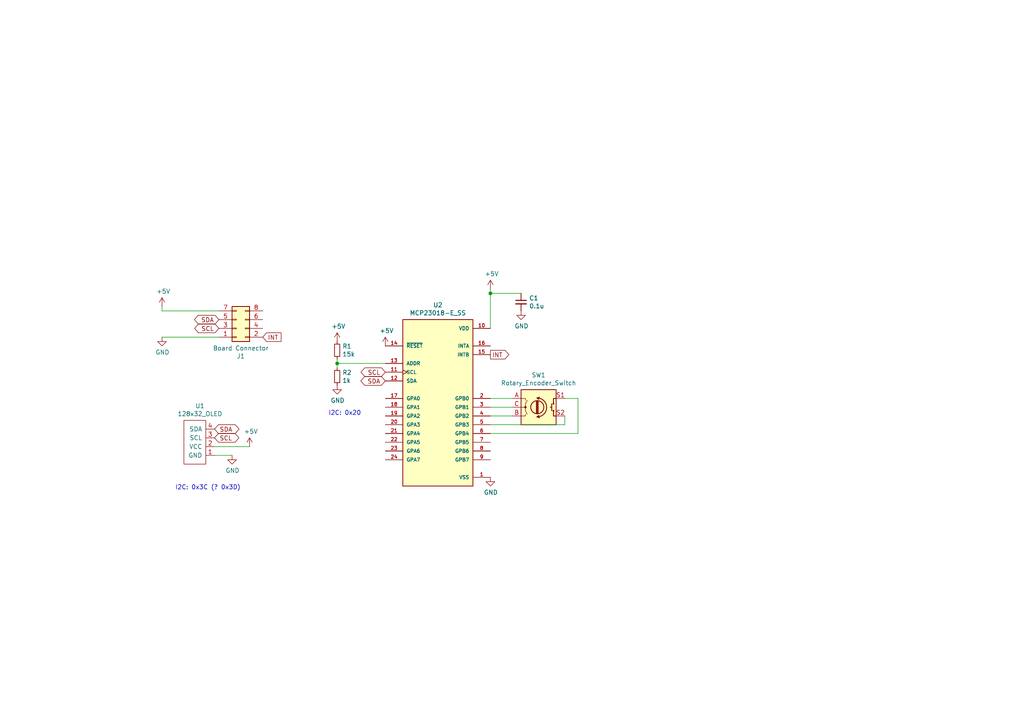
<source format=kicad_sch>
(kicad_sch (version 20230121) (generator eeschema)
  (paper "A4")
  (lib_symbols
    (symbol "Connector_Generic:Conn_02x04_Odd_Even" (pin_names (offset 1.016) hide)
      (property "Reference" "J" (at 1.27 5.08 0))
      (property "Value" "Conn_02x04_Odd_Even" (at 1.27 -7.62 0))
      (symbol "Conn_02x04_Odd_Even_1_1"
        (rectangle (start -1.27 -4.953) (end 0 -5.207) (stroke (width 0.1524)))
        (rectangle (start -1.27 -2.413) (end 0 -2.667) (stroke (width 0.1524)))
        (rectangle (start -1.27 0.127) (end 0 -0.127) (stroke (width 0.1524)))
        (rectangle (start -1.27 2.667) (end 0 2.413) (stroke (width 0.1524)))
        (rectangle (start -1.27 3.81) (end 3.81 -6.35) (stroke (width 0.254)) (fill (type background)))
        (rectangle (start 3.81 -4.953) (end 2.54 -5.207) (stroke (width 0.1524)))
        (rectangle (start 3.81 -2.413) (end 2.54 -2.667) (stroke (width 0.1524)))
        (rectangle (start 3.81 0.127) (end 2.54 -0.127) (stroke (width 0.1524)))
        (rectangle (start 3.81 2.667) (end 2.54 2.413) (stroke (width 0.1524)))
        (pin passive line (at -5.08 2.54 0) (length 3.81) (name "Pin_1") (number "1"))
        (pin passive line (at 7.62 2.54 180) (length 3.81) (name "Pin_2") (number "2"))
        (pin passive line (at -5.08 0 0) (length 3.81) (name "Pin_3") (number "3"))
        (pin passive line (at 7.62 0 180) (length 3.81) (name "Pin_4") (number "4"))
        (pin passive line (at -5.08 -2.54 0) (length 3.81) (name "Pin_5") (number "5"))
        (pin passive line (at 7.62 -2.54 180) (length 3.81) (name "Pin_6") (number "6"))
        (pin passive line (at -5.08 -5.08 0) (length 3.81) (name "Pin_7") (number "7"))
        (pin passive line (at 7.62 -5.08 180) (length 3.81) (name "Pin_8") (number "8"))
      )
    )
    (symbol "Device:C_Small" (pin_numbers hide) (pin_names (offset 0.254) hide)
      (property "Reference" "C" (at 0.254 1.778 0))
      (property "Value" "C_Small" (at 0.254 -2.032 0))
      (symbol "C_Small_0_1"
        (polyline (pts (xy -1.524 -0.508) (xy 1.524 -0.508)) (stroke (width 0.3302)))
        (polyline (pts (xy -1.524 0.508) (xy 1.524 0.508)) (stroke (width 0.3048)))
      )
      (symbol "C_Small_1_1"
        (pin passive line (at 0 2.54 270) (length 2.032) (name "~") (number "1"))
        (pin passive line (at 0 -2.54 90) (length 2.032) (name "~") (number "2"))
      )
    )
    (symbol "Device:R_Small" (pin_numbers hide) (pin_names (offset 0.254) hide)
      (property "Reference" "R" (at 0.762 0.508 0))
      (property "Value" "R_Small" (at 0.762 -1.016 0))
      (symbol "R_Small_0_1"
        (rectangle (start -0.762 1.778) (end 0.762 -1.778) (stroke (width 0.2032)))
      )
      (symbol "R_Small_1_1"
        (pin passive line (at 0 2.54 270) (length 0.762) (name "~") (number "1"))
        (pin passive line (at 0 -2.54 90) (length 0.762) (name "~") (number "2"))
      )
    )
    (symbol "interface-rescue:128x32_OLED-coddingtonbear" (pin_names (offset 1.016))
      (property "Reference" "U" (at 0 -8.89 0))
      (property "Value" "coddingtonbear_128x32_OLED" (at 0 6.35 0))
      (symbol "128x32_OLED-coddingtonbear_0_0"
        (pin power_in line (at -2.54 2.54 0) (length 2.54) (name "GND") (number "1"))
        (pin power_in line (at -2.54 0 0) (length 2.54) (name "VCC") (number "2"))
        (pin bidirectional line (at -2.54 -2.54 0) (length 2.54) (name "SCL") (number "3"))
        (pin bidirectional line (at -2.54 -5.08 0) (length 2.54) (name "SDA") (number "4"))
      )
      (symbol "128x32_OLED-coddingtonbear_0_1"
        (rectangle (start 0 5.08) (end 6.35 -7.62))
      )
    )
    (symbol "interface-rescue:MCP23018-E_SS-MCP23018-E_SS" (pin_names (offset 1.016))
      (property "Reference" "U" (at -10.16 26.035 0))
      (property "Value" "MCP23018-E_SS_MCP23018-E_SS" (at -10.16 -25.4 0))
      (symbol "MCP23018-E_SS-MCP23018-E_SS_0_0"
        (rectangle (start -10.16 -22.86) (end 10.16 25.4) (stroke (width 0.254)) (fill (type background)))
        (pin power_in line (at 15.24 -20.32 180) (length 5.08) (name "VSS") (number "1"))
        (pin power_in line (at 15.24 22.86 180) (length 5.08) (name "VDD") (number "10"))
        (pin input clock (at -15.24 10.16 0) (length 5.08) (name "SCL") (number "11"))
        (pin bidirectional line (at -15.24 7.62 0) (length 5.08) (name "SDA") (number "12"))
        (pin input line (at -15.24 12.7 0) (length 5.08) (name "ADDR") (number "13"))
        (pin input line (at -15.24 17.78 0) (length 5.08) (name "~{RESET}") (number "14"))
        (pin output line (at 15.24 15.24 180) (length 5.08) (name "INTB") (number "15"))
        (pin output line (at 15.24 17.78 180) (length 5.08) (name "INTA") (number "16"))
        (pin bidirectional line (at -15.24 2.54 0) (length 5.08) (name "GPA0") (number "17"))
        (pin bidirectional line (at -15.24 0 0) (length 5.08) (name "GPA1") (number "18"))
        (pin bidirectional line (at -15.24 -2.54 0) (length 5.08) (name "GPA2") (number "19"))
        (pin bidirectional line (at 15.24 2.54 180) (length 5.08) (name "GPB0") (number "2"))
        (pin bidirectional line (at -15.24 -5.08 0) (length 5.08) (name "GPA3") (number "20"))
        (pin bidirectional line (at -15.24 -7.62 0) (length 5.08) (name "GPA4") (number "21"))
        (pin bidirectional line (at -15.24 -10.16 0) (length 5.08) (name "GPA5") (number "22"))
        (pin bidirectional line (at -15.24 -12.7 0) (length 5.08) (name "GPA6") (number "23"))
        (pin bidirectional line (at -15.24 -15.24 0) (length 5.08) (name "GPA7") (number "24"))
        (pin bidirectional line (at 15.24 0 180) (length 5.08) (name "GPB1") (number "3"))
        (pin bidirectional line (at 15.24 -2.54 180) (length 5.08) (name "GPB2") (number "4"))
        (pin bidirectional line (at 15.24 -5.08 180) (length 5.08) (name "GPB3") (number "5"))
        (pin bidirectional line (at 15.24 -7.62 180) (length 5.08) (name "GPB4") (number "6"))
        (pin bidirectional line (at 15.24 -10.16 180) (length 5.08) (name "GPB5") (number "7"))
        (pin bidirectional line (at 15.24 -12.7 180) (length 5.08) (name "GPB6") (number "8"))
        (pin bidirectional line (at 15.24 -15.24 180) (length 5.08) (name "GPB7") (number "9"))
      )
    )
    (symbol "interface-rescue:Rotary_Encoder_Switch-Device" (pin_names (offset 0.254) hide)
      (property "Reference" "SW" (at 0 6.604 0))
      (property "Value" "Device_Rotary_Encoder_Switch" (at 0 -6.604 0))
      (symbol "Rotary_Encoder_Switch-Device_0_1"
        (rectangle (start -5.08 5.08) (end 5.08 -5.08) (stroke (width 0.254)) (fill (type background)))
        (circle (center -3.81 0) (radius 0.254) (fill (type outline)))
        (arc (start -0.381 -2.794) (mid 2.3376 -0.0635) (end -0.381 2.667) (stroke (width 0.254)))
        (circle (center -0.381 0) (radius 1.905) (stroke (width 0.254)))
        (polyline (pts (xy -0.635 -1.778) (xy -0.635 1.778)) (stroke (width 0.254)))
        (polyline (pts (xy -0.381 -1.778) (xy -0.381 1.778)) (stroke (width 0.254)))
        (polyline (pts (xy -0.127 1.778) (xy -0.127 -1.778)) (stroke (width 0.254)))
        (polyline (pts (xy 3.81 0) (xy 3.429 0)) (stroke (width 0.254)))
        (polyline (pts (xy 3.81 1.016) (xy 3.81 -1.016)) (stroke (width 0.254)))
        (polyline (pts (xy -5.08 -2.54) (xy -3.81 -2.54) (xy -3.81 -2.032)))
        (polyline (pts (xy -5.08 2.54) (xy -3.81 2.54) (xy -3.81 2.032)))
        (polyline (pts (xy 0.254 -3.048) (xy -0.508 -2.794) (xy 0.127 -2.413)) (stroke (width 0.254)))
        (polyline (pts (xy 0.254 2.921) (xy -0.508 2.667) (xy 0.127 2.286)) (stroke (width 0.254)))
        (polyline (pts (xy 5.08 -2.54) (xy 4.318 -2.54) (xy 4.318 -1.016)) (stroke (width 0.254)))
        (polyline (pts (xy 5.08 2.54) (xy 4.318 2.54) (xy 4.318 1.016)) (stroke (width 0.254)))
        (polyline (pts (xy -5.08 0) (xy -3.81 0) (xy -3.81 -1.016) (xy -3.302 -2.032)))
        (polyline (pts (xy -4.318 0) (xy -3.81 0) (xy -3.81 1.016) (xy -3.302 2.032)))
        (circle (center 4.318 -1.016) (radius 0.127) (stroke (width 0.254)))
        (circle (center 4.318 1.016) (radius 0.127) (stroke (width 0.254)))
      )
      (symbol "Rotary_Encoder_Switch-Device_1_1"
        (pin passive line (at -7.62 2.54 0) (length 2.54) (name "A") (number "A"))
        (pin passive line (at -7.62 -2.54 0) (length 2.54) (name "B") (number "B"))
        (pin passive line (at -7.62 0 0) (length 2.54) (name "C") (number "C"))
        (pin passive line (at 7.62 2.54 180) (length 2.54) (name "S1") (number "S1"))
        (pin passive line (at 7.62 -2.54 180) (length 2.54) (name "S2") (number "S2"))
      )
    )
    (symbol "power:+5V" (power) (pin_names (offset 0))
      (property "Value" "+5V" (at 0 3.556 0))
      (symbol "+5V_0_1"
        (polyline (pts (xy -0.762 1.27) (xy 0 2.54)))
        (polyline (pts (xy 0 0) (xy 0 2.54)))
        (polyline (pts (xy 0 2.54) (xy 0.762 1.27)))
      )
      (symbol "+5V_1_1"
        (pin power_in line (at 0 0 90) (length 0) hide (name "+5V") (number "1"))
      )
    )
    (symbol "power:GND" (power) (pin_names (offset 0))
      (property "Value" "GND" (at 0 -3.81 0))
      (symbol "GND_0_1"
        (polyline (pts (xy 0 0) (xy 0 -1.27) (xy 1.27 -1.27) (xy 0 -2.54) (xy -1.27 -1.27) (xy 0 -1.27)))
      )
      (symbol "GND_1_1"
        (pin power_in line (at 0 0 270) (length 0) hide (name "GND") (number "1"))
      )
    )
  )
  (junction (at 97.79 105.41))
  (junction (at 142.24 85.09))
  (wire (pts (xy 142.24 123.19) (xy 163.83 123.19)))
  (wire (pts (xy 46.99 90.17) (xy 46.99 88.9)))
  (wire (pts (xy 142.24 125.73) (xy 167.64 125.73)))
  (wire (pts (xy 148.59 118.11) (xy 142.24 118.11)))
  (wire (pts (xy 46.99 90.17) (xy 63.5 90.17)))
  (wire (pts (xy 142.24 85.09) (xy 142.24 95.25)))
  (wire (pts (xy 46.99 97.79) (xy 63.5 97.79)))
  (wire (pts (xy 142.24 115.57) (xy 148.59 115.57)))
  (wire (pts (xy 67.31 132.08) (xy 62.23 132.08)))
  (wire (pts (xy 97.79 106.68) (xy 97.79 105.41)))
  (wire (pts (xy 142.24 85.09) (xy 142.24 83.82)))
  (wire (pts (xy 167.64 125.73) (xy 167.64 115.57)))
  (wire (pts (xy 62.23 129.54) (xy 72.39 129.54)))
  (wire (pts (xy 142.24 120.65) (xy 148.59 120.65)))
  (wire (pts (xy 97.79 105.41) (xy 97.79 104.14)))
  (wire (pts (xy 167.64 115.57) (xy 163.83 115.57)))
  (wire (pts (xy 163.83 123.19) (xy 163.83 120.65)))
  (wire (pts (xy 111.76 105.41) (xy 97.79 105.41)))
  (wire (pts (xy 151.13 85.09) (xy 142.24 85.09)))
  (text "I2C: 0x20" (at 95.25 120.65 0) (effects (font (size 1.27 1.27)) (justify left bottom)))
  (text "I2C: 0x3C (? 0x3D)" (at 50.8 142.24 0) (effects (font (size 1.27 1.27)) (justify left bottom)))
  (global_label "SCL" (shape bidirectional) (at 63.5 95.25 180) (property "Intersheetrefs" "${INTERSHEET_REFS}" (effects hide)))
  (global_label "SCL" (shape bidirectional) (at 111.76 107.95 180) (property "Intersheetrefs" "${INTERSHEET_REFS}" (effects hide)))
  (global_label "SCL" (shape bidirectional) (at 62.23 127 0) (property "Intersheetrefs" "${INTERSHEET_REFS}" (effects hide)))
  (global_label "INT" (shape output) (at 142.24 102.87 0) (property "Intersheetrefs" "${INTERSHEET_REFS}" (effects hide)))
  (global_label "SDA" (shape bidirectional) (at 62.23 124.46 0) (property "Intersheetrefs" "${INTERSHEET_REFS}" (effects hide)))
  (global_label "INT" (shape input) (at 76.2 97.79 0) (property "Intersheetrefs" "${INTERSHEET_REFS}" (effects hide)))
  (global_label "SDA" (shape bidirectional) (at 111.76 110.49 180) (property "Intersheetrefs" "${INTERSHEET_REFS}" (effects hide)))
  (global_label "SDA" (shape bidirectional) (at 63.5 92.71 180) (property "Intersheetrefs" "${INTERSHEET_REFS}" (effects hide)))
  (symbol (lib_id "interface-rescue:Rotary_Encoder_Switch-Device") (at 156.21 118.11 0) (unit 1)
    (property "Reference" "SW1" (at 156.21 108.7882 0))
    (property "Value" "Rotary_Encoder_Switch" (at 156.21 111.0996 0))
    (property "Footprint" "Rotary_Encoder:RotaryEncoder_Alps_EC12E-Switch_Vertical_H20mm" (effects hide))
  )
  (symbol (lib_id "interface-rescue:128x32_OLED-coddingtonbear") (at 59.69 129.54 180) (unit 1)
    (property "Reference" "U1" (at 57.9882 117.729 0))
    (property "Value" "128x32_OLED" (at 57.9882 120.0404 0))
    (property "Footprint" "coddingtonbear:128x32_OLED" (effects hide))
  )
  (symbol (lib_id "power:+5V") (at 46.99 88.9 0) (unit 1)
    (property "Reference" "#PWR0101" (effects hide))
    (property "Value" "+5V" (at 47.371 84.5058 0))
  )
  (symbol (lib_id "power:GND") (at 46.99 97.79 0) (unit 1)
    (property "Reference" "#PWR0102" (effects hide))
    (property "Value" "GND" (at 47.117 102.1842 0))
  )
  (symbol (lib_id "power:GND") (at 67.31 132.08 0) (unit 1)
    (property "Reference" "#PWR0103" (effects hide))
    (property "Value" "GND" (at 67.437 136.4742 0))
  )
  (symbol (lib_id "power:+5V") (at 72.39 129.54 0) (unit 1)
    (property "Reference" "#PWR0104" (effects hide))
    (property "Value" "+5V" (at 72.771 125.1458 0))
  )
  (symbol (lib_id "power:+5V") (at 142.24 83.82 0) (unit 1)
    (property "Reference" "#PWR0105" (effects hide))
    (property "Value" "+5V" (at 142.621 79.4258 0))
  )
  (symbol (lib_id "power:GND") (at 151.13 90.17 0) (unit 1)
    (property "Reference" "#PWR0106" (effects hide))
    (property "Value" "GND" (at 151.257 94.5642 0))
  )
  (symbol (lib_id "Device:C_Small") (at 151.13 87.63 0) (unit 1)
    (property "Reference" "C1" (at 153.4668 86.4616 0) (effects (justify left)))
    (property "Value" "0.1u" (at 153.4668 88.773 0) (effects (justify left)))
    (property "Footprint" "coddingtonbear:0805_Milling" (effects hide))
  )
  (symbol (lib_id "power:GND") (at 142.24 138.43 0) (unit 1)
    (property "Reference" "#PWR0107" (effects hide))
    (property "Value" "GND" (at 142.367 142.8242 0))
  )
  (symbol (lib_id "power:+5V") (at 111.76 100.33 0) (unit 1)
    (property "Reference" "#PWR0108" (effects hide))
    (property "Value" "+5V" (at 112.141 95.9358 0))
  )
  (symbol (lib_id "interface-rescue:MCP23018-E_SS-MCP23018-E_SS") (at 127 118.11 0) (unit 1)
    (property "Reference" "U2" (at 127 88.4682 0))
    (property "Value" "MCP23018-E_SS" (at 127 90.7796 0))
    (property "Footprint" "Package_SO:SSOP-24_5.3x8.2mm_P0.65mm" (effects hide))
    (property "PARTREV" "N/A" (effects hide))
    (property "STANDARD" "IPC-7351B" (effects hide))
    (property "MANUFACTURER" "Microchip" (effects hide))
  )
  (symbol (lib_id "power:+5V") (at 97.79 99.06 0) (unit 1)
    (property "Reference" "#PWR0109" (effects hide))
    (property "Value" "+5V" (at 98.171 94.6658 0))
  )
  (symbol (lib_id "Device:R_Small") (at 97.79 101.6 0) (unit 1)
    (property "Reference" "R1" (at 99.2886 100.4316 0) (effects (justify left)))
    (property "Value" "15k" (at 99.2886 102.743 0) (effects (justify left)))
    (property "Footprint" "coddingtonbear:0805_Milling" (effects hide))
  )
  (symbol (lib_id "Device:R_Small") (at 97.79 109.22 0) (unit 1)
    (property "Reference" "R2" (at 99.2886 108.0516 0) (effects (justify left)))
    (property "Value" "1k" (at 99.2886 110.363 0) (effects (justify left)))
    (property "Footprint" "coddingtonbear:0805_Milling" (effects hide))
  )
  (symbol (lib_id "power:GND") (at 97.79 111.76 0) (unit 1)
    (property "Reference" "#PWR0110" (effects hide))
    (property "Value" "GND" (at 97.917 116.1542 0))
  )
  (symbol (lib_id "Connector_Generic:Conn_02x04_Odd_Even") (at 68.58 95.25 0) (mirror x) (unit 1)
    (property "Reference" "J1" (at 69.85 103.3018 0))
    (property "Value" "Board Connector" (at 69.85 100.9904 0))
    (property "Footprint" "Connector_IDC:IDC-Header_2x04_P2.54mm_Vertical" (effects hide))
  )
)
</source>
